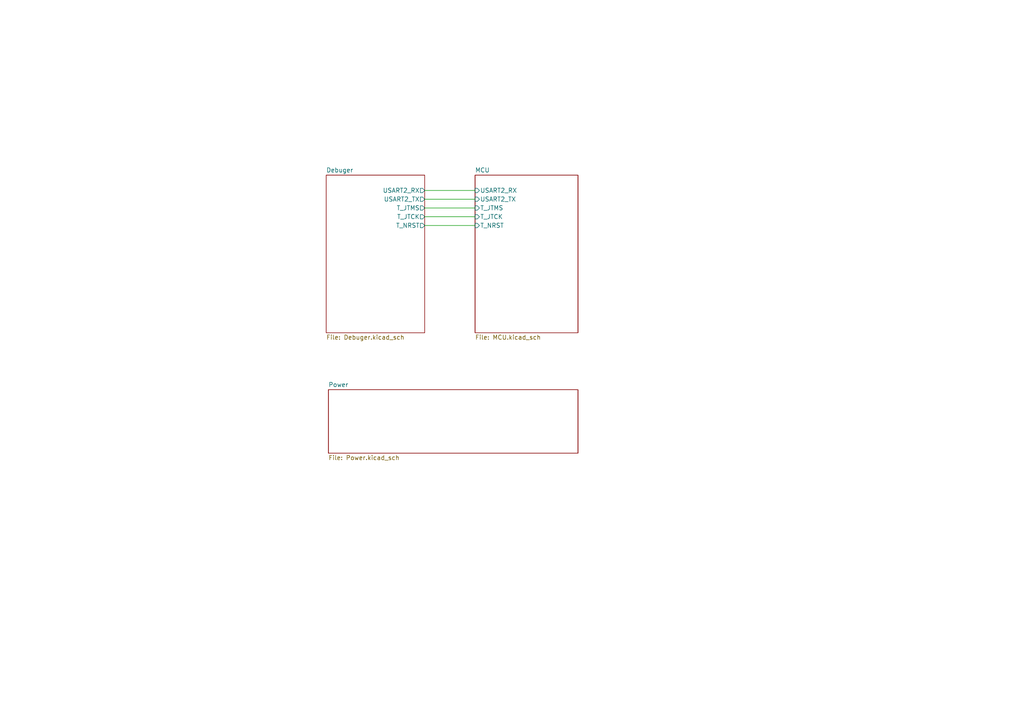
<source format=kicad_sch>
(kicad_sch
	(version 20231120)
	(generator "eeschema")
	(generator_version "8.0")
	(uuid "663a5ecd-c3a9-45b1-9792-71bfcbe6e773")
	(paper "A4")
	(lib_symbols)
	(wire
		(pts
			(xy 123.19 62.865) (xy 137.795 62.865)
		)
		(stroke
			(width 0)
			(type default)
		)
		(uuid "0d1a8976-6cf7-4e53-ab52-9bc32348c798")
	)
	(wire
		(pts
			(xy 123.19 65.405) (xy 137.795 65.405)
		)
		(stroke
			(width 0)
			(type default)
		)
		(uuid "2574e4ed-45a1-4be9-b925-090b936dc6fc")
	)
	(wire
		(pts
			(xy 123.19 55.245) (xy 137.795 55.245)
		)
		(stroke
			(width 0)
			(type default)
		)
		(uuid "6bfb1fb4-ef18-451b-8b96-04fde973a5aa")
	)
	(wire
		(pts
			(xy 123.19 60.325) (xy 137.795 60.325)
		)
		(stroke
			(width 0)
			(type default)
		)
		(uuid "ceed1e27-faf7-49e7-9134-144ad7e6f7b1")
	)
	(wire
		(pts
			(xy 123.19 57.785) (xy 137.795 57.785)
		)
		(stroke
			(width 0)
			(type default)
		)
		(uuid "e560571f-cc0e-4be2-bc20-6ae901a39af4")
	)
	(sheet
		(at 95.25 113.03)
		(size 72.39 18.415)
		(fields_autoplaced yes)
		(stroke
			(width 0.1524)
			(type solid)
		)
		(fill
			(color 0 0 0 0.0000)
		)
		(uuid "01deb91a-e8ae-4355-81f4-037b5f3b553a")
		(property "Sheetname" "Power"
			(at 95.25 112.3184 0)
			(effects
				(font
					(size 1.27 1.27)
				)
				(justify left bottom)
			)
		)
		(property "Sheetfile" "Power.kicad_sch"
			(at 95.25 132.0296 0)
			(effects
				(font
					(size 1.27 1.27)
				)
				(justify left top)
			)
		)
		(instances
			(project "STM32G431C8T6"
				(path "/663a5ecd-c3a9-45b1-9792-71bfcbe6e773"
					(page "5")
				)
			)
		)
	)
	(sheet
		(at 94.615 50.8)
		(size 28.575 45.72)
		(fields_autoplaced yes)
		(stroke
			(width 0.1524)
			(type solid)
		)
		(fill
			(color 0 0 0 0.0000)
		)
		(uuid "5e4fe2dd-542f-4b65-818e-e8664aedd318")
		(property "Sheetname" "Debuger"
			(at 94.615 50.0884 0)
			(effects
				(font
					(size 1.27 1.27)
				)
				(justify left bottom)
			)
		)
		(property "Sheetfile" "Debuger.kicad_sch"
			(at 94.615 97.1046 0)
			(effects
				(font
					(size 1.27 1.27)
				)
				(justify left top)
			)
		)
		(pin "USART2_TX" output
			(at 123.19 57.785 0)
			(effects
				(font
					(size 1.27 1.27)
				)
				(justify right)
			)
			(uuid "b24ea3cc-1147-4f77-b6d8-711d41ad16ba")
		)
		(pin "T_JTMS" output
			(at 123.19 60.325 0)
			(effects
				(font
					(size 1.27 1.27)
				)
				(justify right)
			)
			(uuid "e1cf697e-920f-4c0c-b443-8c233b808c65")
		)
		(pin "T_JTCK" output
			(at 123.19 62.865 0)
			(effects
				(font
					(size 1.27 1.27)
				)
				(justify right)
			)
			(uuid "e8d97425-1ba3-410e-a605-f8a11f1143fb")
		)
		(pin "T_NRST" output
			(at 123.19 65.405 0)
			(effects
				(font
					(size 1.27 1.27)
				)
				(justify right)
			)
			(uuid "8079a6bb-fb87-4cb2-b1d6-88a0943f8acb")
		)
		(pin "USART2_RX" output
			(at 123.19 55.245 0)
			(effects
				(font
					(size 1.27 1.27)
				)
				(justify right)
			)
			(uuid "c4caf5da-badb-4f02-8c54-1dc7f3274b62")
		)
		(instances
			(project "STM32G431C8T6"
				(path "/663a5ecd-c3a9-45b1-9792-71bfcbe6e773"
					(page "2")
				)
			)
		)
	)
	(sheet
		(at 137.795 50.8)
		(size 29.845 45.72)
		(fields_autoplaced yes)
		(stroke
			(width 0.1524)
			(type solid)
		)
		(fill
			(color 0 0 0 0.0000)
		)
		(uuid "7bf2c3ac-81f8-468a-b55d-9a88e08cc5b9")
		(property "Sheetname" "MCU"
			(at 137.795 50.0884 0)
			(effects
				(font
					(size 1.27 1.27)
				)
				(justify left bottom)
			)
		)
		(property "Sheetfile" "MCU.kicad_sch"
			(at 137.795 97.1046 0)
			(effects
				(font
					(size 1.27 1.27)
				)
				(justify left top)
			)
		)
		(pin "T_NRST" input
			(at 137.795 65.405 180)
			(effects
				(font
					(size 1.27 1.27)
				)
				(justify left)
			)
			(uuid "14f8758e-563f-4468-b508-01a0d7dd7408")
		)
		(pin "USART2_RX" input
			(at 137.795 55.245 180)
			(effects
				(font
					(size 1.27 1.27)
				)
				(justify left)
			)
			(uuid "56f62e0c-f521-4415-812a-4b4deac89bc0")
		)
		(pin "USART2_TX" input
			(at 137.795 57.785 180)
			(effects
				(font
					(size 1.27 1.27)
				)
				(justify left)
			)
			(uuid "2bef14ac-1831-46b2-b974-50db2315dc6f")
		)
		(pin "T_JTCK" input
			(at 137.795 62.865 180)
			(effects
				(font
					(size 1.27 1.27)
				)
				(justify left)
			)
			(uuid "d5c6066a-1a32-4753-865a-6136d5aebef4")
		)
		(pin "T_JTMS" input
			(at 137.795 60.325 180)
			(effects
				(font
					(size 1.27 1.27)
				)
				(justify left)
			)
			(uuid "8e4ab5f6-ba15-434f-bdb4-4812ce9e08af")
		)
		(instances
			(project "STM32G431C8T6"
				(path "/663a5ecd-c3a9-45b1-9792-71bfcbe6e773"
					(page "3")
				)
			)
		)
	)
	(sheet_instances
		(path "/"
			(page "1")
		)
	)
)

</source>
